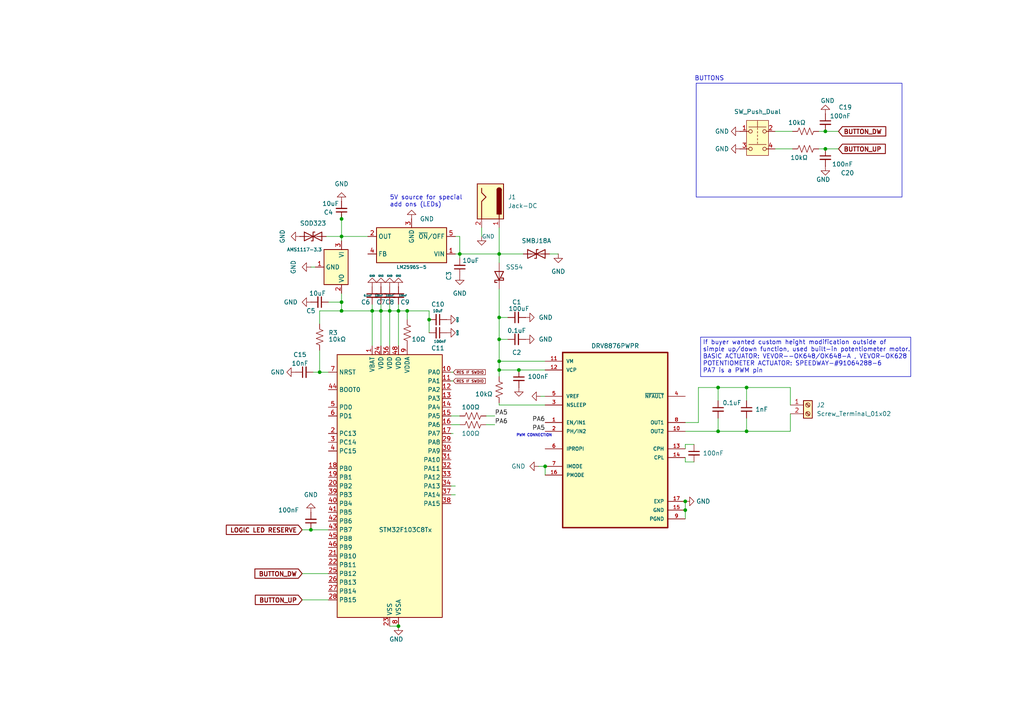
<source format=kicad_sch>
(kicad_sch (version 20250114) (generator "eeschema") (generator_version "9.0")
  (paper "A4")
  (lib_symbols
    (symbol "Connector:Jack-DC" (pin_names (offset 1.016))
      (property "Reference" "J" (at 0 5.334 0))
      (property "Value" "Jack-DC" (at 0 -5.08 0))
      (symbol "Jack-DC_0_1"
        (rectangle (start -5.08 3.81) (end 5.08 -3.81) (stroke (width 0.254)) (fill (type background)))
        (polyline (pts (xy -3.81 -2.54) (xy -2.54 -2.54) (xy -1.27 -1.27) (xy 0 -2.54) (xy 2.54 -2.54) (xy 5.08 -2.54)) (stroke (width 0.254)))
        (arc (start -3.302 1.905) (mid -3.9343 2.54) (end -3.302 3.175) (stroke (width 0.254)))
        (arc (start -3.302 1.905) (mid -3.9343 2.54) (end -3.302 3.175) (stroke (width 0.254)) (fill (type outline)))
        (rectangle (start 3.683 3.175) (end -3.302 1.905) (stroke (width 0.254)) (fill (type outline)))
        (polyline (pts (xy 5.08 2.54) (xy 3.81 2.54)) (stroke (width 0.254)))
      )
      (symbol "Jack-DC_1_1"
        (pin passive line (at 7.62 2.54 180) (length 2.54) (name "~") (number "1"))
        (pin passive line (at 7.62 -2.54 180) (length 2.54) (name "~") (number "2"))
      )
    )
    (symbol "Connector:Screw_Terminal_01x02" (pin_names (offset 1.016) (hide yes))
      (property "Reference" "J" (at 0 2.54 0))
      (property "Value" "Screw_Terminal_01x02" (at 0 -5.08 0))
      (symbol "Screw_Terminal_01x02_1_1"
        (rectangle (start -1.27 1.27) (end 1.27 -3.81) (stroke (width 0.254)) (fill (type background)))
        (polyline (pts (xy -0.5334 0.3302) (xy 0.3302 -0.508)) (stroke (width 0.1524)))
        (polyline (pts (xy -0.5334 -2.2098) (xy 0.3302 -3.048)) (stroke (width 0.1524)))
        (polyline (pts (xy -0.3556 0.508) (xy 0.508 -0.3302)) (stroke (width 0.1524)))
        (polyline (pts (xy -0.3556 -2.032) (xy 0.508 -2.8702)) (stroke (width 0.1524)))
        (circle (center 0 0) (radius 0.635) (stroke (width 0.1524)))
        (circle (center 0 -2.54) (radius 0.635) (stroke (width 0.1524)))
        (pin passive line (at -5.08 0 0) (length 3.81) (name "Pin_1") (number "1"))
        (pin passive line (at -5.08 -2.54 0) (length 3.81) (name "Pin_2") (number "2"))
      )
    )
    (symbol "DRV8876PWPR:DRV8876PWPR" (pin_names (offset 1.016))
      (property "Reference" "U" (at -15.24 26.4 0))
      (property "Value" "DRV8876PWPR" (at -15.24 -29.4 0))
      (symbol "DRV8876PWPR_0_0"
        (rectangle (start -15.24 -25.4) (end 15.24 25.4) (stroke (width 0.41)) (fill (type background)))
        (pin power_in line (at -20.32 22.86 0) (length 5.08) (name "VM") (number "11"))
        (pin power_in line (at -20.32 20.32 0) (length 5.08) (name "VCP") (number "12"))
        (pin input line (at -20.32 12.7 0) (length 5.08) (name "VREF") (number "5"))
        (pin input line (at -20.32 10.16 0) (length 5.08) (name "NSLEEP") (number "3"))
        (pin input line (at -20.32 5.08 0) (length 5.08) (name "EN/IN1") (number "1"))
        (pin input line (at -20.32 2.54 0) (length 5.08) (name "PH/IN2") (number "2"))
        (pin output line (at -20.32 -2.54 0) (length 5.08) (name "IPROPI") (number "6"))
        (pin input line (at -20.32 -7.62 0) (length 5.08) (name "IMODE") (number "7"))
        (pin input line (at -20.32 -10.16 0) (length 5.08) (name "PMODE") (number "16"))
        (pin output line (at 20.32 12.7 180) (length 5.08) (name "~{NFAULT}") (number "4"))
        (pin output line (at 20.32 5.08 180) (length 5.08) (name "OUT1") (number "8"))
        (pin output line (at 20.32 2.54 180) (length 5.08) (name "OUT2") (number "10"))
        (pin bidirectional line (at 20.32 -2.54 180) (length 5.08) (name "CPH") (number "13"))
        (pin bidirectional line (at 20.32 -5.08 180) (length 5.08) (name "CPL") (number "14"))
        (pin passive line (at 20.32 -17.78 180) (length 5.08) (name "EXP") (number "17"))
        (pin power_in line (at 20.32 -20.32 180) (length 5.08) (name "GND") (number "15"))
        (pin power_in line (at 20.32 -22.86 180) (length 5.08) (name "PGND") (number "9"))
      )
    )
    (symbol "Device:C_Small" (pin_numbers (hide yes)) (pin_names (offset 0.254) (hide yes))
      (property "Reference" "C" (at 0.254 1.778 0))
      (property "Value" "C_Small" (at 0.254 -2.032 0))
      (symbol "C_Small_0_1"
        (polyline (pts (xy -1.524 0.508) (xy 1.524 0.508)) (stroke (width 0.3048)))
        (polyline (pts (xy -1.524 -0.508) (xy 1.524 -0.508)) (stroke (width 0.3302)))
      )
      (symbol "C_Small_1_1"
        (pin passive line (at 0 2.54 270) (length 2.032) (name "~") (number "1"))
        (pin passive line (at 0 -2.54 90) (length 2.032) (name "~") (number "2"))
      )
    )
    (symbol "Device:D_Schottky" (pin_numbers (hide yes)) (pin_names (offset 1.016) (hide yes))
      (property "Reference" "D" (at 0 2.54 0))
      (property "Value" "D_Schottky" (at 0 -2.54 0))
      (symbol "D_Schottky_0_1"
        (polyline (pts (xy -1.905 0.635) (xy -1.905 1.27) (xy -1.27 1.27) (xy -1.27 -1.27) (xy -0.635 -1.27) (xy -0.635 -0.635)) (stroke (width 0.254)))
        (polyline (pts (xy 1.27 1.27) (xy 1.27 -1.27) (xy -1.27 0) (xy 1.27 1.27)) (stroke (width 0.254)))
        (polyline (pts (xy 1.27 0) (xy -1.27 0)))
      )
      (symbol "D_Schottky_1_1"
        (pin passive line (at -3.81 0 0) (length 2.54) (name "K") (number "1"))
        (pin passive line (at 3.81 0 180) (length 2.54) (name "A") (number "2"))
      )
    )
    (symbol "Device:D_TVS" (pin_numbers (hide yes)) (pin_names (offset 1.016) (hide yes))
      (property "Reference" "D" (at 0 2.54 0))
      (property "Value" "D_TVS" (at 0 -2.54 0))
      (symbol "D_TVS_0_1"
        (polyline (pts (xy -2.54 1.27) (xy -2.54 -1.27) (xy 2.54 1.27) (xy 2.54 -1.27) (xy -2.54 1.27)) (stroke (width 0.254)))
        (polyline (pts (xy 0.508 1.27) (xy 0 1.27) (xy 0 -1.27) (xy -0.508 -1.27)) (stroke (width 0.254)))
        (polyline (pts (xy 1.27 0) (xy -1.27 0)))
      )
      (symbol "D_TVS_1_1"
        (pin passive line (at -3.81 0 0) (length 2.54) (name "A1") (number "1"))
        (pin passive line (at 3.81 0 180) (length 2.54) (name "A2") (number "2"))
      )
    )
    (symbol "Device:R_US" (pin_numbers (hide yes)) (pin_names (offset 0))
      (property "Reference" "R" (at 2.54 0 90))
      (property "Value" "R_US" (at -2.54 0 90))
      (symbol "R_US_0_1"
        (polyline (pts (xy 0 2.286) (xy 0 2.54)))
        (polyline (pts (xy 0 2.286) (xy 1.016 1.905) (xy 0 1.524) (xy -1.016 1.143) (xy 0 0.762)))
        (polyline (pts (xy 0 0.762) (xy 1.016 0.381) (xy 0 0) (xy -1.016 -0.381) (xy 0 -0.762)))
        (polyline (pts (xy 0 -0.762) (xy 1.016 -1.143) (xy 0 -1.524) (xy -1.016 -1.905) (xy 0 -2.286)))
        (polyline (pts (xy 0 -2.286) (xy 0 -2.54)))
      )
      (symbol "R_US_1_1"
        (pin passive line (at 0 3.81 270) (length 1.27) (name "~") (number "1"))
        (pin passive line (at 0 -3.81 90) (length 1.27) (name "~") (number "2"))
      )
    )
    (symbol "MCU_ST_STM32F1:STM32F103C8Tx"
      (property "Reference" "U" (at -15.24 39.37 0))
      (property "Value" "STM32F103C8Tx" (at 7.62 39.37 0))
      (symbol "STM32F103C8Tx_0_1"
        (rectangle (start -15.24 -38.1) (end 15.24 38.1) (stroke (width 0.254)) (fill (type background)))
      )
      (symbol "STM32F103C8Tx_1_1"
        (pin input line (at -17.78 33.02 0) (length 2.54) (name "NRST") (number "7"))
        (pin input line (at -17.78 27.94 0) (length 2.54) (name "BOOT0") (number "44"))
        (pin bidirectional line (at -17.78 22.86 0) (length 2.54) (name "PD0") (number "5"))
        (pin bidirectional line (at -17.78 20.32 0) (length 2.54) (name "PD1") (number "6"))
        (pin bidirectional line (at -17.78 15.24 0) (length 2.54) (name "PC13") (number "2"))
        (pin bidirectional line (at -17.78 12.7 0) (length 2.54) (name "PC14") (number "3"))
        (pin bidirectional line (at -17.78 10.16 0) (length 2.54) (name "PC15") (number "4"))
        (pin bidirectional line (at -17.78 5.08 0) (length 2.54) (name "PB0") (number "18"))
        (pin bidirectional line (at -17.78 2.54 0) (length 2.54) (name "PB1") (number "19"))
        (pin bidirectional line (at -17.78 0 0) (length 2.54) (name "PB2") (number "20"))
        (pin bidirectional line (at -17.78 -2.54 0) (length 2.54) (name "PB3") (number "39"))
        (pin bidirectional line (at -17.78 -5.08 0) (length 2.54) (name "PB4") (number "40"))
        (pin bidirectional line (at -17.78 -7.62 0) (length 2.54) (name "PB5") (number "41"))
        (pin bidirectional line (at -17.78 -10.16 0) (length 2.54) (name "PB6") (number "42"))
        (pin bidirectional line (at -17.78 -12.7 0) (length 2.54) (name "PB7") (number "43"))
        (pin bidirectional line (at -17.78 -15.24 0) (length 2.54) (name "PB8") (number "45"))
        (pin bidirectional line (at -17.78 -17.78 0) (length 2.54) (name "PB9") (number "46"))
        (pin bidirectional line (at -17.78 -20.32 0) (length 2.54) (name "PB10") (number "21"))
        (pin bidirectional line (at -17.78 -22.86 0) (length 2.54) (name "PB11") (number "22"))
        (pin bidirectional line (at -17.78 -25.4 0) (length 2.54) (name "PB12") (number "25"))
        (pin bidirectional line (at -17.78 -27.94 0) (length 2.54) (name "PB13") (number "26"))
        (pin bidirectional line (at -17.78 -30.48 0) (length 2.54) (name "PB14") (number "27"))
        (pin bidirectional line (at -17.78 -33.02 0) (length 2.54) (name "PB15") (number "28"))
        (pin power_in line (at -5.08 40.64 270) (length 2.54) (name "VBAT") (number "1"))
        (pin power_in line (at -2.54 40.64 270) (length 2.54) (name "VDD") (number "24"))
        (pin power_in line (at 0 40.64 270) (length 2.54) (name "VDD") (number "36"))
        (pin power_in line (at 0 -40.64 90) (length 2.54) (name "VSS") (number "23"))
        (pin passive line (at 0 -40.64 90) (length 2.54) (hide yes) (name "VSS") (number "35"))
        (pin passive line (at 0 -40.64 90) (length 2.54) (hide yes) (name "VSS") (number "47"))
        (pin power_in line (at 2.54 40.64 270) (length 2.54) (name "VDD") (number "48"))
        (pin power_in line (at 2.54 -40.64 90) (length 2.54) (name "VSSA") (number "8"))
        (pin power_in line (at 5.08 40.64 270) (length 2.54) (name "VDDA") (number "9"))
        (pin bidirectional line (at 17.78 33.02 180) (length 2.54) (name "PA0") (number "10"))
        (pin bidirectional line (at 17.78 30.48 180) (length 2.54) (name "PA1") (number "11"))
        (pin bidirectional line (at 17.78 27.94 180) (length 2.54) (name "PA2") (number "12"))
        (pin bidirectional line (at 17.78 25.4 180) (length 2.54) (name "PA3") (number "13"))
        (pin bidirectional line (at 17.78 22.86 180) (length 2.54) (name "PA4") (number "14"))
        (pin bidirectional line (at 17.78 20.32 180) (length 2.54) (name "PA5") (number "15"))
        (pin bidirectional line (at 17.78 17.78 180) (length 2.54) (name "PA6") (number "16"))
        (pin bidirectional line (at 17.78 15.24 180) (length 2.54) (name "PA7") (number "17"))
        (pin bidirectional line (at 17.78 12.7 180) (length 2.54) (name "PA8") (number "29"))
        (pin bidirectional line (at 17.78 10.16 180) (length 2.54) (name "PA9") (number "30"))
        (pin bidirectional line (at 17.78 7.62 180) (length 2.54) (name "PA10") (number "31"))
        (pin bidirectional line (at 17.78 5.08 180) (length 2.54) (name "PA11") (number "32"))
        (pin bidirectional line (at 17.78 2.54 180) (length 2.54) (name "PA12") (number "33"))
        (pin bidirectional line (at 17.78 0 180) (length 2.54) (name "PA13") (number "34"))
        (pin bidirectional line (at 17.78 -2.54 180) (length 2.54) (name "PA14") (number "37"))
        (pin bidirectional line (at 17.78 -5.08 180) (length 2.54) (name "PA15") (number "38"))
      )
    )
    (symbol "Regulator_Linear:AMS1117-3.3"
      (property "Reference" "U" (at -3.81 3.175 0))
      (property "Value" "AMS1117-3.3" (at 0 3.175 0))
      (symbol "AMS1117-3.3_0_1"
        (rectangle (start -5.08 -5.08) (end 5.08 1.905) (stroke (width 0.254)) (fill (type background)))
      )
      (symbol "AMS1117-3.3_1_1"
        (pin power_in line (at -7.62 0 0) (length 2.54) (name "VI") (number "3"))
        (pin power_in line (at 0 -7.62 90) (length 2.54) (name "GND") (number "1"))
        (pin power_out line (at 7.62 0 180) (length 2.54) (name "VO") (number "2"))
      )
    )
    (symbol "Regulator_Switching:LM2596S-5"
      (property "Reference" "U" (at -10.16 6.35 0))
      (property "Value" "LM2596S-5" (at 0 6.35 0))
      (symbol "LM2596S-5_0_1"
        (rectangle (start -10.16 5.08) (end 10.16 -5.08) (stroke (width 0.254)) (fill (type background)))
      )
      (symbol "LM2596S-5_1_1"
        (pin power_in line (at -12.7 2.54 0) (length 2.54) (name "VIN") (number "1"))
        (pin input line (at -12.7 -2.54 0) (length 2.54) (name "~{ON}/OFF") (number "5"))
        (pin power_in line (at 0 -7.62 90) (length 2.54) (name "GND") (number "3"))
        (pin input line (at 12.7 2.54 180) (length 2.54) (name "FB") (number "4"))
        (pin output line (at 12.7 -2.54 180) (length 2.54) (name "OUT") (number "2"))
      )
    )
    (symbol "Switch:SW_Push_Dual" (pin_names (offset 1.016) (hide yes))
      (property "Reference" "SW" (at 0 7.62 0))
      (property "Value" "SW_Push_Dual" (at 0 -6.35 0))
      (symbol "SW_Push_Dual_0_1"
        (circle (center -2.032 2.54) (radius 0.508))
        (circle (center -2.032 -2.54) (radius 0.508))
        (polyline (pts (xy 0 3.81) (xy 0 5.588)))
        (polyline (pts (xy 0 3.048) (xy 0 3.556)))
        (polyline (pts (xy 0 2.032) (xy 0 2.54)))
        (polyline (pts (xy 0 1.016) (xy 0 1.524)))
        (polyline (pts (xy 0 0.508) (xy 0 0)))
        (polyline (pts (xy 0 -0.508) (xy 0 -1.016)))
        (circle (center 2.032 2.54) (radius 0.508))
        (circle (center 2.032 -2.54) (radius 0.508))
        (polyline (pts (xy 2.54 3.81) (xy -2.54 3.81)))
        (polyline (pts (xy 2.54 -1.27) (xy -2.54 -1.27)))
        (pin passive line (at -5.08 2.54 0) (length 2.54) (name "1") (number "1"))
        (pin passive line (at -5.08 -2.54 0) (length 2.54) (name "3") (number "3"))
        (pin passive line (at 5.08 2.54 180) (length 2.54) (name "2") (number "2"))
        (pin passive line (at 5.08 -2.54 180) (length 2.54) (name "4") (number "4"))
      )
      (symbol "SW_Push_Dual_1_1"
        (rectangle (start -3.175 5.715) (end 3.175 -4.445) (fill (type background)))
      )
    )
    (symbol "power:GND" (power) (pin_numbers (hide yes)) (pin_names (offset 0) (hide yes))
      (property "Value" "GND" (at 0 -3.81 0))
      (symbol "GND_0_1"
        (polyline (pts (xy 0 0) (xy 0 -1.27) (xy 1.27 -1.27) (xy 0 -2.54) (xy -1.27 -1.27) (xy 0 -1.27)))
      )
      (symbol "GND_1_1"
        (pin power_in line (at 0 0 270) (length 0) (name "~") (number "1"))
      )
    )
  )
  (rectangle (start 203.2 97.79) (end 264.16 109.22))
  (rectangle (start 201.93 24.13) (end 261.62 57.15))
  (text "BUTTONS\n" (at 205.74 22.86 0) (effects (font (size 1.27 1.27))))
  (text "5V source for special \nadd ons (LEDs)\n" (at 113.03 58.42 0) (effects (font (size 1.27 1.27)) (justify left)))
  (text "PWM CONNECTION\n" (at 154.94 126.365 0) (effects (font (size 0.762 0.762))))
  (text "If buyer wanted custom height modification outside of \nsimple up/down function, used built-in potentiometer motor.\nBASIC ACTUATOR: VEVOR--OK648/OK648-A , VEVOR-OK628\nPOTENTIOMETER ACTUATOR: SPEEDWAY-#91064288-6\nPA7 is a PWM pin" (at 203.835 103.505 0) (effects (font (size 1.27 1.27)) (justify left)))
  (junction (at 144.78 107.315))
  (junction (at 198.755 145.415))
  (junction (at 113.03 90.17))
  (junction (at 99.06 87.63))
  (junction (at 133.35 73.66))
  (junction (at 150.495 107.315))
  (junction (at 144.78 98.425))
  (junction (at 216.535 112.395))
  (junction (at 239.395 43.18))
  (junction (at 144.78 104.775))
  (junction (at 99.06 63.5))
  (junction (at 144.78 92.075))
  (junction (at 144.78 73.66))
  (junction (at 239.395 38.1))
  (junction (at 90.17 153.67))
  (junction (at 99.06 68.58))
  (junction (at 118.11 90.17))
  (junction (at 115.57 90.17))
  (junction (at 107.95 90.17))
  (junction (at 124.46 92.71))
  (junction (at 99.06 90.17))
  (junction (at 216.535 125.095))
  (junction (at 158.115 135.255))
  (junction (at 198.755 147.955))
  (junction (at 110.49 90.17))
  (junction (at 92.71 107.95))
  (junction (at 208.28 112.395))
  (junction (at 115.57 181.61))
  (junction (at 208.28 125.095))
  (wire (pts (xy 198.755 145.415) (xy 198.755 147.955)))
  (wire (pts (xy 139.7 66.04) (xy 139.7 68.58)))
  (wire (pts (xy 208.28 112.395) (xy 202.565 112.395)))
  (wire (pts (xy 130.81 107.95) (xy 131.445 107.95)))
  (wire (pts (xy 92.71 90.17) (xy 92.71 93.98)))
  (wire (pts (xy 99.06 87.63) (xy 99.06 90.17)))
  (wire (pts (xy 133.35 73.66) (xy 133.35 74.93)))
  (wire (pts (xy 110.49 90.17) (xy 113.03 90.17)))
  (wire (pts (xy 90.805 107.95) (xy 92.71 107.95)))
  (wire (pts (xy 130.81 140.97) (xy 132.08 140.97)))
  (wire (pts (xy 144.78 104.775) (xy 158.115 104.775)))
  (wire (pts (xy 158.115 135.255) (xy 158.115 137.795)))
  (wire (pts (xy 110.49 88.265) (xy 110.49 90.17)))
  (wire (pts (xy 130.81 143.51) (xy 132.08 143.51)))
  (wire (pts (xy 229.235 120.015) (xy 229.235 125.095)))
  (wire (pts (xy 118.11 90.17) (xy 118.11 92.71)))
  (wire (pts (xy 115.57 90.17) (xy 118.11 90.17)))
  (wire (pts (xy 87.63 153.67) (xy 90.17 153.67)))
  (wire (pts (xy 124.46 92.71) (xy 124.46 96.52)))
  (wire (pts (xy 144.78 66.04) (xy 144.78 73.66)))
  (wire (pts (xy 92.71 107.95) (xy 95.25 107.95)))
  (wire (pts (xy 239.395 43.18) (xy 243.205 43.18)))
  (wire (pts (xy 113.03 90.17) (xy 115.57 90.17)))
  (wire (pts (xy 92.71 101.6) (xy 92.71 107.95)))
  (wire (pts (xy 99.06 68.58) (xy 106.68 68.58)))
  (wire (pts (xy 201.295 133.985) (xy 198.755 133.985)))
  (wire (pts (xy 224.79 43.18) (xy 229.87 43.18)))
  (wire (pts (xy 198.755 125.095) (xy 208.28 125.095)))
  (wire (pts (xy 95.25 87.63) (xy 99.06 87.63)))
  (wire (pts (xy 202.565 122.555) (xy 198.755 122.555)))
  (wire (pts (xy 144.78 104.775) (xy 144.78 107.315)))
  (wire (pts (xy 107.95 88.265) (xy 107.95 90.17)))
  (wire (pts (xy 107.95 90.17) (xy 110.49 90.17)))
  (wire (pts (xy 208.28 112.395) (xy 208.28 116.205)))
  (wire (pts (xy 198.755 147.955) (xy 198.755 150.495)))
  (wire (pts (xy 144.78 73.66) (xy 144.78 76.2)))
  (wire (pts (xy 216.535 112.395) (xy 216.535 116.205)))
  (wire (pts (xy 144.78 107.315) (xy 150.495 107.315)))
  (wire (pts (xy 161.925 73.66) (xy 159.385 73.66)))
  (wire (pts (xy 216.535 112.395) (xy 229.235 112.395)))
  (wire (pts (xy 99.06 63.5) (xy 99.06 68.58)))
  (wire (pts (xy 198.755 133.985) (xy 198.755 132.715)))
  (wire (pts (xy 130.81 110.49) (xy 131.445 110.49)))
  (wire (pts (xy 118.11 90.17) (xy 124.46 90.17)))
  (wire (pts (xy 144.78 116.84) (xy 144.78 117.475)))
  (wire (pts (xy 151.765 73.66) (xy 144.78 73.66)))
  (wire (pts (xy 133.35 73.66) (xy 132.08 73.66)))
  (wire (pts (xy 99.06 62.23) (xy 99.06 63.5)))
  (wire (pts (xy 107.95 90.17) (xy 107.95 100.33)))
  (wire (pts (xy 99.06 90.17) (xy 107.95 90.17)))
  (wire (pts (xy 140.97 120.65) (xy 143.51 120.65)))
  (wire (pts (xy 208.28 125.095) (xy 216.535 125.095)))
  (wire (pts (xy 133.35 120.65) (xy 130.81 120.65)))
  (wire (pts (xy 87.63 166.37) (xy 95.25 166.37)))
  (wire (pts (xy 94.615 68.58) (xy 99.06 68.58)))
  (wire (pts (xy 132.08 68.58) (xy 133.35 68.58)))
  (wire (pts (xy 113.03 88.265) (xy 113.03 90.17)))
  (wire (pts (xy 208.28 121.285) (xy 208.28 125.095)))
  (wire (pts (xy 237.49 43.18) (xy 239.395 43.18)))
  (wire (pts (xy 124.46 90.17) (xy 124.46 92.71)))
  (wire (pts (xy 113.03 181.61) (xy 115.57 181.61)))
  (wire (pts (xy 131.445 125.73) (xy 130.81 125.73)))
  (wire (pts (xy 99.06 85.09) (xy 99.06 87.63)))
  (wire (pts (xy 144.78 83.82) (xy 144.78 92.075)))
  (wire (pts (xy 110.49 90.17) (xy 110.49 100.33)))
  (wire (pts (xy 144.78 98.425) (xy 144.78 104.775)))
  (wire (pts (xy 224.79 38.1) (xy 229.87 38.1)))
  (wire (pts (xy 156.21 135.255) (xy 158.115 135.255)))
  (wire (pts (xy 144.78 117.475) (xy 158.115 117.475)))
  (wire (pts (xy 133.35 68.58) (xy 133.35 73.66)))
  (wire (pts (xy 144.78 98.425) (xy 147.32 98.425)))
  (wire (pts (xy 87.63 173.99) (xy 95.25 173.99)))
  (wire (pts (xy 198.755 130.175) (xy 198.755 128.905)))
  (wire (pts (xy 229.235 112.395) (xy 229.235 117.475)))
  (wire (pts (xy 115.57 88.265) (xy 115.57 90.17)))
  (wire (pts (xy 144.78 109.22) (xy 144.78 107.315)))
  (wire (pts (xy 202.565 112.395) (xy 202.565 122.555)))
  (wire (pts (xy 99.06 68.58) (xy 99.06 69.85)))
  (wire (pts (xy 90.17 77.47) (xy 91.44 77.47)))
  (wire (pts (xy 237.49 38.1) (xy 239.395 38.1)))
  (wire (pts (xy 198.755 128.905) (xy 201.295 128.905)))
  (wire (pts (xy 144.78 92.075) (xy 144.78 98.425)))
  (wire (pts (xy 208.28 112.395) (xy 216.535 112.395)))
  (wire (pts (xy 239.395 38.1) (xy 243.205 38.1)))
  (wire (pts (xy 144.78 92.075) (xy 147.32 92.075)))
  (wire (pts (xy 216.535 125.095) (xy 229.235 125.095)))
  (wire (pts (xy 150.495 107.315) (xy 158.115 107.315)))
  (wire (pts (xy 133.35 73.66) (xy 144.78 73.66)))
  (wire (pts (xy 130.81 123.19) (xy 133.35 123.19)))
  (wire (pts (xy 140.97 123.19) (xy 143.51 123.19)))
  (wire (pts (xy 115.57 90.17) (xy 115.57 100.33)))
  (wire (pts (xy 99.06 90.17) (xy 92.71 90.17)))
  (wire (pts (xy 216.535 121.285) (xy 216.535 125.095)))
  (wire (pts (xy 113.03 90.17) (xy 113.03 100.33)))
  (wire (pts (xy 90.17 153.67) (xy 95.25 153.67)))
  (wire (pts (xy 156.845 114.935) (xy 158.115 114.935)))
  (label "PA6" (at 158.115 122.555 180))
  (label "PA6" (at 143.51 123.19 0))
  (label "PA5" (at 143.51 120.65 0))
  (label "PA5" (at 158.115 125.095 180))
  (global_label "BUTTON_DW" (shape input) (at 243.205 38.1 0) (effects (font (thickness 0.254) (bold yes))) (property "Intersheetrefs" "${INTERSHEET_REFS}" (effects (hide yes))))
  (global_label "RES IF SWDIO" (shape input) (at 131.445 110.49 0) (effects (font (size 0.762 0.762))) (property "Intersheetrefs" "${INTERSHEET_REFS}" (effects (hide yes))))
  (global_label "BUTTON_UP" (shape input) (at 243.205 43.18 0) (effects (font (thickness 0.254) (bold yes))) (property "Intersheetrefs" "${INTERSHEET_REFS}" (effects (hide yes))))
  (global_label "LOGIC LED RESERVE" (shape input) (at 87.63 153.67 180) (effects (font (thickness 0.254) (bold yes))) (property "Intersheetrefs" "${INTERSHEET_REFS}" (effects (hide yes))))
  (global_label "BUTTON_DW" (shape input) (at 87.63 166.37 180) (effects (font (thickness 0.254) (bold yes))) (property "Intersheetrefs" "${INTERSHEET_REFS}" (effects (hide yes))))
  (global_label "RES IF SWDIO" (shape input) (at 131.445 107.95 0) (effects (font (size 0.762 0.762))) (property "Intersheetrefs" "${INTERSHEET_REFS}" (effects (hide yes))))
  (global_label "BUTTON_UP" (shape input) (at 87.63 173.99 180) (effects (font (thickness 0.254) (bold yes))) (property "Intersheetrefs" "${INTERSHEET_REFS}" (effects (hide yes))))
  (symbol (lib_id "Device:C_Small") (at 216.535 118.745 0) (unit 1)
    (property "Reference" "C13" (effects (hide yes)))
    (property "Value" "1nF" (at 219.075 118.745 0) (effects (justify left)))
    (property "Footprint" "Capacitor_SMD:C_0805_2012Metric" (effects (hide yes)))
    (property "Description" "Unpolarized capacitor, small symbol" (effects (hide yes)))
  )
  (symbol (lib_id "power:GND") (at 150.495 112.395 0) (unit 1)
    (property "Reference" "#PWR020" (effects (hide yes)))
    (property "Value" "GND" (effects (hide yes)))
    (property "Description" "Power symbol creates a global label with name \"GND\" , ground" (effects (hide yes)))
  )
  (symbol (lib_id "Device:C_Small") (at 90.17 151.13 180) (unit 1)
    (property "Reference" "C17" (effects (hide yes)))
    (property "Value" "100nF" (at 80.645 147.955 0) (effects (justify right)))
    (property "Description" "Unpolarized capacitor, small symbol" (effects (hide yes)))
  )
  (symbol (lib_id "power:GND") (at 90.17 77.47 270) (unit 1)
    (property "Reference" "#PWR05" (effects (hide yes)))
    (property "Value" "GND" (at 85.09 77.47 0))
    (property "Description" "Power symbol creates a global label with name \"GND\" , ground" (effects (hide yes)))
  )
  (symbol (lib_id "power:GND") (at 115.57 83.185 180) (unit 1)
    (property "Reference" "#PWR015" (effects (hide yes)))
    (property "Value" "GND" (at 115.57 80.01 0) (effects (font (size 0.508 0.508))))
    (property "Description" "Power symbol creates a global label with name \"GND\" , ground" (effects (hide yes)))
  )
  (symbol (lib_id "power:GND") (at 115.57 181.61 0) (unit 1)
    (property "Reference" "#PWR06" (effects (hide yes)))
    (property "Value" "GND" (at 114.935 185.42 0))
    (property "Description" "Power symbol creates a global label with name \"GND\" , ground" (effects (hide yes)))
  )
  (symbol (lib_id "Device:C_Small") (at 149.86 98.425 90) (unit 1)
    (property "Reference" "C2" (at 149.86 102.235 90))
    (property "Value" "0.1uF" (at 149.86 95.885 90))
    (property "Footprint" "Capacitor_SMD:C_0805_2012Metric" (effects (hide yes)))
    (property "Description" "Unpolarized capacitor, small symbol" (effects (hide yes)))
  )
  (symbol (lib_id "Device:R_US") (at 233.68 43.18 270) (unit 1)
    (property "Reference" "R7" (effects (hide yes)))
    (property "Value" "10kΩ" (at 231.775 45.72 90))
    (property "Footprint" "Resistor_SMD:R_0805_2012Metric" (effects (hide yes)))
    (property "Description" "Resistor, US symbol" (effects (hide yes)))
  )
  (symbol (lib_id "power:GND") (at 156.21 135.255 270) (unit 1)
    (property "Reference" "#PWR03" (effects (hide yes)))
    (property "Value" "GND" (at 152.4 135.2549 90) (effects (justify right)))
    (property "Description" "Power symbol creates a global label with name \"GND\" , ground" (effects (hide yes)))
  )
  (symbol (lib_id "DRV8876PWPR:DRV8876PWPR") (at 178.435 127.635 0) (unit 1)
    (property "Reference" "U5" (effects (hide yes)))
    (property "Value" "DRV8876PWPR" (at 178.435 100.33 0))
    (property "Footprint" "DRV8876PWPR:IC_DRV8876PWPR" (effects (hide yes)))
    (property "MF" "Texas Instruments" (effects (hide yes)))
    (property "MAXIMUM_PACKAGE_HEIGHT" "1.2mm" (effects (hide yes)))
    (property "PACKAGE" "HTSSOP-16 Texas Instruments" (effects (hide yes)))
    (property "Price" "None" (effects (hide yes)))
    (property "Package" "HTSSOP-16 Texas Instruments" (effects (hide yes)))
    (property "Check_prices" "https://www.snapeda.com/parts/DRV8876PWPR/Texas+Instruments/view-part/?ref=eda" (effects (hide yes)))
    (property "STANDARD" "Manufacturer Recommendations" (effects (hide yes)))
    (property "PARTREV" "E" (effects (hide yes)))
    (property "SnapEDA_Link" "https://www.snapeda.com/parts/DRV8876PWPR/Texas+Instruments/view-part/?ref=snap" (effects (hide yes)))
    (property "MP" "DRV8876PWPR" (effects (hide yes)))
    (property "Purchase-URL" "https://www.snapeda.com/api/url_track_click_mouser/?unipart_id=3219289&manufacturer=Texas Instruments&part_name=DRV8876PWPR&search_term=None" (effects (hide yes)))
    (property "Description_1" "40-V, 3.5-A H-bridge motor driver with integrated current sensing & current-sense feedback" (effects (hide yes)))
    (property "Availability" "In Stock" (effects (hide yes)))
    (property "MANUFACTURER" "Texas Instruments" (effects (hide yes)))
  )
  (symbol (lib_id "Device:C_Small") (at 88.265 107.95 90) (unit 1)
    (property "Reference" "C15" (at 86.995 102.87 90))
    (property "Value" "10nF" (at 86.995 105.41 90))
    (property "Footprint" "Capacitor_SMD:C_0805_2012Metric" (effects (hide yes)))
    (property "Description" "Unpolarized capacitor, small symbol" (effects (hide yes)))
  )
  (symbol (lib_id "Device:C_Small") (at 92.71 87.63 270) (unit 1)
    (property "Reference" "C5" (at 90.17 90.17 90))
    (property "Value" "10uF" (at 92.075 85.09 90))
    (property "Footprint" "Capacitor_SMD:C_1206_3216Metric" (effects (hide yes)))
    (property "Description" "Unpolarized capacitor, small symbol" (effects (hide yes)))
  )
  (symbol (lib_id "power:GND") (at 129.54 96.52 90) (unit 1)
    (property "Reference" "#PWR017" (effects (hide yes)))
    (property "Value" "GND" (at 132.715 96.52 0) (effects (font (size 0.508 0.508))))
    (property "Description" "Power symbol creates a global label with name \"GND\" , ground" (effects (hide yes)))
  )
  (symbol (lib_id "power:GND") (at 152.4 98.425 90) (unit 1)
    (property "Reference" "#PWR08" (effects (hide yes)))
    (property "Value" "GND" (at 156.21 98.4249 90) (effects (justify right)))
    (property "Description" "Power symbol creates a global label with name \"GND\" , ground" (effects (hide yes)))
  )
  (symbol (lib_id "Regulator_Linear:AMS1117-3.3") (at 99.06 77.47 270) (unit 1)
    (property "Reference" "U3" (effects (hide yes)))
    (property "Value" "AMS1117-3.3" (at 83.185 72.39 90) (effects (font (size 0.9652 0.9652)) (justify left)))
    (property "Footprint" "Package_TO_SOT_SMD:SOT-223-3_TabPin2" (effects (hide yes)))
    (property "Datasheet" "http://www.advanced-monolithic.com/pdf/ds1117.pdf" (effects (hide yes)))
    (property "Description" "1A Low Dropout regulator, positive, 3.3V fixed output, SOT-223" (effects (hide yes)))
  )
  (symbol (lib_id "Regulator_Switching:LM2596S-5") (at 119.38 71.12 180) (unit 1)
    (property "Reference" "U2" (effects (hide yes)))
    (property "Value" "LM2596S-5" (at 119.38 77.47 0) (effects (font (size 0.9652 0.9652))))
    (property "Footprint" "Package_TO_SOT_SMD:TO-263-5_TabPin3" (effects (hide yes)))
    (property "Datasheet" "http://www.ti.com/lit/ds/symlink/lm2596.pdf" (effects (hide yes)))
    (property "Description" "5V 3A Step-Down Voltage Regulator, TO-263" (effects (hide yes)))
  )
  (symbol (lib_id "Device:C_Small") (at 127 92.71 270) (unit 1)
    (property "Reference" "C10" (at 127 88.265 90))
    (property "Value" "10uF" (at 127 90.17 90) (effects (font (size 0.762 0.762))))
    (property "Footprint" "Capacitor_SMD:C_1206_3216Metric" (effects (hide yes)))
    (property "Description" "Unpolarized capacitor, small symbol" (effects (hide yes)))
  )
  (symbol (lib_id "power:GND") (at 113.03 83.185 180) (unit 1)
    (property "Reference" "#PWR014" (effects (hide yes)))
    (property "Value" "GND" (at 113.03 80.01 0) (effects (font (size 0.508 0.508))))
    (property "Description" "Power symbol creates a global label with name \"GND\" , ground" (effects (hide yes)))
  )
  (symbol (lib_id "power:GND") (at 239.395 33.02 180) (unit 1)
    (property "Reference" "#PWR027" (effects (hide yes)))
    (property "Value" "GND" (at 240.03 29.21 0))
    (property "Description" "Power symbol creates a global label with name \"GND\" , ground" (effects (hide yes)))
  )
  (symbol (lib_id "Device:D_TVS") (at 155.575 73.66 0) (unit 1)
    (property "Reference" "D2" (effects (hide yes)))
    (property "Value" "SMBJ18A" (at 155.575 69.85 0))
    (property "Footprint" "Diode_SMD:D_SMB" (effects (hide yes)))
    (property "Description" "Bidirectional transient-voltage-suppression diode" (effects (hide yes)))
  )
  (symbol (lib_id "Device:C_Small") (at 115.57 85.725 0) (unit 1)
    (property "Reference" "C9" (at 117.475 87.63 0))
    (property "Value" "100nF" (at 116.84 85.725 0) (effects (font (size 0.508 0.508))))
    (property "Footprint" "Capacitor_SMD:C_0402_1005Metric" (effects (hide yes)))
    (property "Description" "Unpolarized capacitor, small symbol" (effects (hide yes)))
  )
  (symbol (lib_id "Device:C_Small") (at 201.295 131.445 0) (unit 1)
    (property "Reference" "C14" (effects (hide yes)))
    (property "Value" "100nF" (at 203.835 131.4512 0) (effects (justify left)))
    (property "Footprint" "Capacitor_SMD:C_0402_1005Metric" (effects (hide yes)))
    (property "Description" "Unpolarized capacitor, small symbol" (effects (hide yes)))
  )
  (symbol (lib_id "Device:C_Small") (at 107.95 85.725 0) (unit 1)
    (property "Reference" "C6" (at 106.045 87.63 0))
    (property "Value" "0.1mF" (at 106.68 85.725 0) (effects (font (size 0.508 0.508))))
    (property "Footprint" "Capacitor_SMD:C_0402_1005Metric" (effects (hide yes)))
    (property "Description" "Unpolarized capacitor, small symbol" (effects (hide yes)))
  )
  (symbol (lib_id "power:GND") (at 214.63 43.18 270) (unit 1)
    (property "Reference" "#PWR026" (effects (hide yes)))
    (property "Value" "GND" (at 211.455 43.1799 90) (effects (justify right)))
    (property "Description" "Power symbol creates a global label with name \"GND\" , ground" (effects (hide yes)))
  )
  (symbol (lib_id "power:GND") (at 90.17 148.59 180) (unit 1)
    (property "Reference" "#PWR04" (effects (hide yes)))
    (property "Value" "GND" (at 90.17 143.51 0))
    (property "Description" "Power symbol creates a global label with name \"GND\" , ground" (effects (hide yes)))
  )
  (symbol (lib_id "power:GND") (at 152.4 92.075 90) (unit 1)
    (property "Reference" "#PWR07" (effects (hide yes)))
    (property "Value" "GND" (at 156.21 92.0749 90) (effects (justify right)))
    (property "Description" "Power symbol creates a global label with name \"GND\" , ground" (effects (hide yes)))
  )
  (symbol (lib_id "power:GND") (at 133.35 80.01 0) (unit 1)
    (property "Reference" "#PWR09" (effects (hide yes)))
    (property "Value" "GND" (at 133.35 85.09 0))
    (property "Description" "Power symbol creates a global label with name \"GND\" , ground" (effects (hide yes)))
  )
  (symbol (lib_id "Device:C_Small") (at 239.395 35.56 0) (unit 1)
    (property "Reference" "C19" (at 243.205 31.115 0) (effects (justify left)))
    (property "Value" "100nF" (at 240.665 33.655 0) (effects (justify left)))
    (property "Footprint" "Capacitor_SMD:C_0402_1005Metric" (effects (hide yes)))
    (property "Description" "Unpolarized capacitor, small symbol" (effects (hide yes)))
  )
  (symbol (lib_id "Device:C_Small") (at 113.03 85.725 0) (unit 1)
    (property "Reference" "C8" (at 113.03 87.63 0))
    (property "Value" "100nF" (at 113.03 85.725 0) (effects (font (size 0.508 0.508))))
    (property "Footprint" "Capacitor_SMD:C_0402_1005Metric" (effects (hide yes)))
    (property "Description" "Unpolarized capacitor, small symbol" (effects (hide yes)))
  )
  (symbol (lib_id "Switch:SW_Push_Dual") (at 219.71 40.64 0) (unit 1)
    (property "Reference" "SW2" (effects (hide yes)))
    (property "Value" "SW_Push_Dual" (at 219.71 32.385 0))
    (property "Description" "Push button switch, generic, symbol, four pins" (effects (hide yes)))
  )
  (symbol (lib_id "power:GND") (at 161.925 73.66 0) (unit 1)
    (property "Reference" "#PWR021" (effects (hide yes)))
    (property "Value" "GND" (at 161.925 78.74 0))
    (property "Description" "Power symbol creates a global label with name \"GND\" , ground" (effects (hide yes)))
  )
  (symbol (lib_id "Device:R_US") (at 137.16 123.19 270) (unit 1)
    (property "Reference" "R5" (effects (hide yes)))
    (property "Value" "100Ω" (at 136.525 125.73 90))
    (property "Footprint" "Resistor_SMD:R_1206_3216Metric" (effects (hide yes)))
    (property "Description" "Resistor, US symbol" (effects (hide yes)))
  )
  (symbol (lib_id "Device:D_Schottky") (at 144.78 80.01 90) (unit 1)
    (property "Reference" "D1" (effects (hide yes)))
    (property "Value" "SS54" (at 146.685 77.47 90) (effects (justify right)))
    (property "Footprint" "Diode_SMD:D_SMB" (effects (hide yes)))
    (property "Description" "Schottky diode" (effects (hide yes)))
  )
  (symbol (lib_id "power:GND") (at 110.49 83.185 180) (unit 1)
    (property "Reference" "#PWR013" (effects (hide yes)))
    (property "Value" "GND" (at 110.49 80.01 0) (effects (font (size 0.508 0.508))))
    (property "Description" "Power symbol creates a global label with name \"GND\" , ground" (effects (hide yes)))
  )
  (symbol (lib_id "Device:R_US") (at 233.68 38.1 90) (unit 1)
    (property "Reference" "R6" (effects (hide yes)))
    (property "Value" "10kΩ" (at 231.14 35.56 90))
    (property "Footprint" "Resistor_SMD:R_0805_2012Metric" (effects (hide yes)))
    (property "Description" "Resistor, US symbol" (effects (hide yes)))
  )
  (symbol (lib_id "MCU_ST_STM32F1:STM32F103C8Tx") (at 113.03 140.97 0) (unit 1)
    (property "Reference" "U1" (effects (hide yes)))
    (property "Value" "STM32F103C8Tx" (at 109.855 153.67 0) (effects (justify left)))
    (property "Footprint" "Package_QFP:LQFP-48_7x7mm_P0.5mm" (effects (hide yes)))
    (property "Datasheet" "https://www.st.com/resource/en/datasheet/stm32f103c8.pdf" (effects (hide yes)))
    (property "Description" "STMicroelectronics Arm Cortex-M3 MCU, 64KB flash, 20KB RAM, 72 MHz, 2.0-3.6V, 37 GPIO, LQFP48" (effects (hide yes)))
  )
  (symbol (lib_id "Device:C_Small") (at 239.395 45.72 0) (unit 1)
    (property "Reference" "C20" (at 243.84 50.165 0) (effects (justify left)))
    (property "Value" "100nF" (at 241.3 47.625 0) (effects (justify left)))
    (property "Footprint" "Capacitor_SMD:C_0402_1005Metric" (effects (hide yes)))
    (property "Description" "Unpolarized capacitor, small symbol" (effects (hide yes)))
  )
  (symbol (lib_id "power:GND") (at 239.395 48.26 0) (unit 1)
    (property "Reference" "#PWR028" (effects (hide yes)))
    (property "Value" "GND" (at 238.76 52.07 0))
    (property "Description" "Power symbol creates a global label with name \"GND\" , ground" (effects (hide yes)))
  )
  (symbol (lib_id "Device:R_US") (at 137.16 120.65 90) (unit 1)
    (property "Reference" "R4" (effects (hide yes)))
    (property "Value" "100Ω" (at 136.525 118.11 90))
    (property "Footprint" "Resistor_SMD:R_1206_3216Metric" (effects (hide yes)))
    (property "Description" "Resistor, US symbol" (effects (hide yes)))
  )
  (symbol (lib_id "Device:C_Small") (at 150.495 109.855 0) (unit 1)
    (property "Reference" "C16" (effects (hide yes)))
    (property "Value" "100nF" (at 153.035 109.22 0) (effects (justify left)))
    (property "Footprint" "Capacitor_SMD:C_0402_1005Metric" (effects (hide yes)))
    (property "Description" "Unpolarized capacitor, small symbol" (effects (hide yes)))
  )
  (symbol (lib_id "power:GND") (at 198.755 145.415 90) (unit 1)
    (property "Reference" "#PWR019" (effects (hide yes)))
    (property "Value" "GND" (at 201.93 145.4149 90) (effects (justify right)))
    (property "Description" "Power symbol creates a global label with name \"GND\" , ground" (effects (hide yes)))
  )
  (symbol (lib_id "Connector:Jack-DC") (at 142.24 58.42 270) (unit 1)
    (property "Reference" "J1" (at 147.32 57.1499 90) (effects (justify left)))
    (property "Value" "Jack-DC" (at 147.32 59.6899 90) (effects (justify left)))
    (property "Footprint" "Connector_BarrelJack:BarrelJack_CUI_PJ-063AH_Horizontal" (effects (hide yes)))
    (property "Description" "DC Barrel Jack" (effects (hide yes)))
  )
  (symbol (lib_id "Device:R_US") (at 118.11 96.52 0) (unit 1)
    (property "Reference" "R2" (effects (hide yes)))
    (property "Value" "10Ω" (at 119.38 98.425 0) (effects (justify left)))
    (property "Footprint" "Resistor_SMD:R_0805_2012Metric" (effects (hide yes)))
    (property "Description" "Resistor, US symbol" (effects (hide yes)))
  )
  (symbol (lib_id "power:GND") (at 85.725 107.95 270) (unit 1)
    (property "Reference" "#PWR023" (effects (hide yes)))
    (property "Value" "GND" (at 82.55 107.9499 90) (effects (justify right)))
    (property "Description" "Power symbol creates a global label with name \"GND\" , ground" (effects (hide yes)))
  )
  (symbol (lib_id "Device:C_Small") (at 110.49 85.725 0) (unit 1)
    (property "Reference" "C7" (at 110.49 87.63 0))
    (property "Value" "100nF" (at 109.855 85.725 0) (effects (font (size 0.508 0.508))))
    (property "Footprint" "Capacitor_SMD:C_0402_1005Metric" (effects (hide yes)))
    (property "Description" "Unpolarized capacitor, small symbol" (effects (hide yes)))
  )
  (symbol (lib_id "Device:C_Small") (at 127 96.52 270) (unit 1)
    (property "Reference" "C11" (at 127 100.965 90))
    (property "Value" "100nF" (at 127.635 99.06 90) (effects (font (size 0.762 0.762))))
    (property "Footprint" "Capacitor_SMD:C_0402_1005Metric" (effects (hide yes)))
    (property "Description" "Unpolarized capacitor, small symbol" (effects (hide yes)))
  )
  (symbol (lib_id "Device:D_TVS") (at 90.805 68.58 0) (unit 1)
    (property "Reference" "D3" (effects (hide yes)))
    (property "Value" "SOD323" (at 90.805 64.77 0))
    (property "Footprint" "Diode_SMD:D_SMB" (effects (hide yes)))
    (property "Description" "Bidirectional transient-voltage-suppression diode" (effects (hide yes)))
  )
  (symbol (lib_id "power:GND") (at 119.38 63.5 180) (unit 1)
    (property "Reference" "#PWR01" (effects (hide yes)))
    (property "Value" "GND" (at 123.825 63.5 0))
    (property "Description" "Power symbol creates a global label with name \"GND\" , ground" (effects (hide yes)))
  )
  (symbol (lib_id "power:GND") (at 129.54 92.71 90) (unit 1)
    (property "Reference" "#PWR016" (effects (hide yes)))
    (property "Value" "GND" (at 132.715 92.71 0) (effects (font (size 0.508 0.508))))
    (property "Description" "Power symbol creates a global label with name \"GND\" , ground" (effects (hide yes)))
  )
  (symbol (lib_id "Device:C_Small") (at 99.06 60.96 180) (unit 1)
    (property "Reference" "C4" (at 95.25 61.595 0))
    (property "Value" "10uF" (at 95.885 59.055 0))
    (property "Footprint" "Capacitor_SMD:C_1206_3216Metric" (effects (hide yes)))
    (property "Description" "Unpolarized capacitor, small symbol" (effects (hide yes)))
  )
  (symbol (lib_id "Device:C_Small") (at 133.35 77.47 180) (unit 1)
    (property "Reference" "C3" (at 130.175 80.01 90))
    (property "Value" "10uF" (at 136.525 75.565 0))
    (property "Footprint" "Capacitor_SMD:C_1206_3216Metric" (effects (hide yes)))
    (property "Description" "Unpolarized capacitor, small symbol" (effects (hide yes)))
  )
  (symbol (lib_id "power:GND") (at 99.06 58.42 180) (unit 1)
    (property "Reference" "#PWR011" (effects (hide yes)))
    (property "Value" "GND" (at 99.06 53.34 0))
    (property "Description" "Power symbol creates a global label with name \"GND\" , ground" (effects (hide yes)))
  )
  (symbol (lib_id "power:GND") (at 86.995 68.58 270) (unit 1)
    (property "Reference" "#PWR022" (effects (hide yes)))
    (property "Value" "GND" (at 81.915 68.58 0))
    (property "Description" "Power symbol creates a global label with name \"GND\" , ground" (effects (hide yes)))
  )
  (symbol (lib_id "Connector:Screw_Terminal_01x02") (at 234.315 117.475 0) (unit 1)
    (property "Reference" "J2" (at 236.855 117.4749 0) (effects (justify left)))
    (property "Value" "Screw_Terminal_01x02" (at 236.855 120.0149 0) (effects (justify left)))
    (property "Description" "Generic screw terminal, single row, 01x02, script generated (kicad-library-utils/schlib/autogen/connector/)" (effects (hide yes)))
  )
  (symbol (lib_id "power:GND") (at 90.17 87.63 270) (unit 1)
    (property "Reference" "#PWR010" (effects (hide yes)))
    (property "Value" "GND" (at 86.36 87.6299 90) (effects (justify right)))
    (property "Description" "Power symbol creates a global label with name \"GND\" , ground" (effects (hide yes)))
  )
  (symbol (lib_id "power:GND") (at 107.95 83.185 180) (unit 1)
    (property "Reference" "#PWR012" (effects (hide yes)))
    (property "Value" "GND" (at 107.95 80.01 0) (effects (font (size 0.508 0.508))))
    (property "Description" "Power symbol creates a global label with name \"GND\" , ground" (effects (hide yes)))
  )
  (symbol (lib_id "Device:C_Small") (at 208.28 118.745 0) (unit 1)
    (property "Reference" "C12" (effects (hide yes)))
    (property "Value" "0.1uF" (at 209.55 116.84 0) (effects (justify left)))
    (property "Footprint" "Capacitor_SMD:C_0805_2012Metric" (effects (hide yes)))
    (property "Description" "Unpolarized capacitor, small symbol" (effects (hide yes)))
  )
  (symbol (lib_id "power:GND") (at 139.7 68.58 0) (unit 1)
    (property "Reference" "#PWR02" (effects (hide yes)))
    (property "Value" "GND" (at 141.605 68.58 0) (effects (font (size 1.143 1.143))))
    (property "Description" "Power symbol creates a global label with name \"GND\" , ground" (effects (hide yes)))
  )
  (symbol (lib_id "power:GND") (at 156.845 114.935 270) (unit 1)
    (property "Reference" "#PWR018" (effects (hide yes)))
    (property "Value" "GND" (effects (hide yes)))
    (property "Description" "Power symbol creates a global label with name \"GND\" , ground" (effects (hide yes)))
  )
  (symbol (lib_id "Device:R_US") (at 144.78 113.03 180) (unit 1)
    (property "Reference" "R1" (effects (hide yes)))
    (property "Value" "10kΩ" (at 137.795 114.3 0) (effects (justify right)))
    (property "Footprint" "Resistor_SMD:R_0805_2012Metric" (effects (hide yes)))
    (property "Description" "Resistor, US symbol" (effects (hide yes)))
  )
  (symbol (lib_id "Device:R_US") (at 92.71 97.79 0) (unit 1)
    (property "Reference" "R3" (at 95.25 96.5199 0) (effects (justify left)))
    (property "Value" "10kΩ" (at 95.25 98.425 0) (effects (justify left)))
    (property "Footprint" "Resistor_SMD:R_0805_2012Metric" (effects (hide yes)))
    (property "Description" "Resistor, US symbol" (effects (hide yes)))
  )
  (symbol (lib_id "power:GND") (at 214.63 38.1 270) (unit 1)
    (property "Reference" "#PWR025" (effects (hide yes)))
    (property "Value" "GND" (at 211.455 38.0999 90) (effects (justify right)))
    (property "Description" "Power symbol creates a global label with name \"GND\" , ground" (effects (hide yes)))
  )
  (symbol (lib_id "Device:C_Small") (at 149.86 92.075 90) (unit 1)
    (property "Reference" "C1" (at 149.86 87.63 90))
    (property "Value" "100uF" (at 150.495 89.535 90))
    (property "Footprint" "Capacitor_SMD:C_0805_2012Metric" (effects (hide yes)))
    (property "Description" "Unpolarized capacitor, small symbol" (effects (hide yes)))
  )
)
</source>
